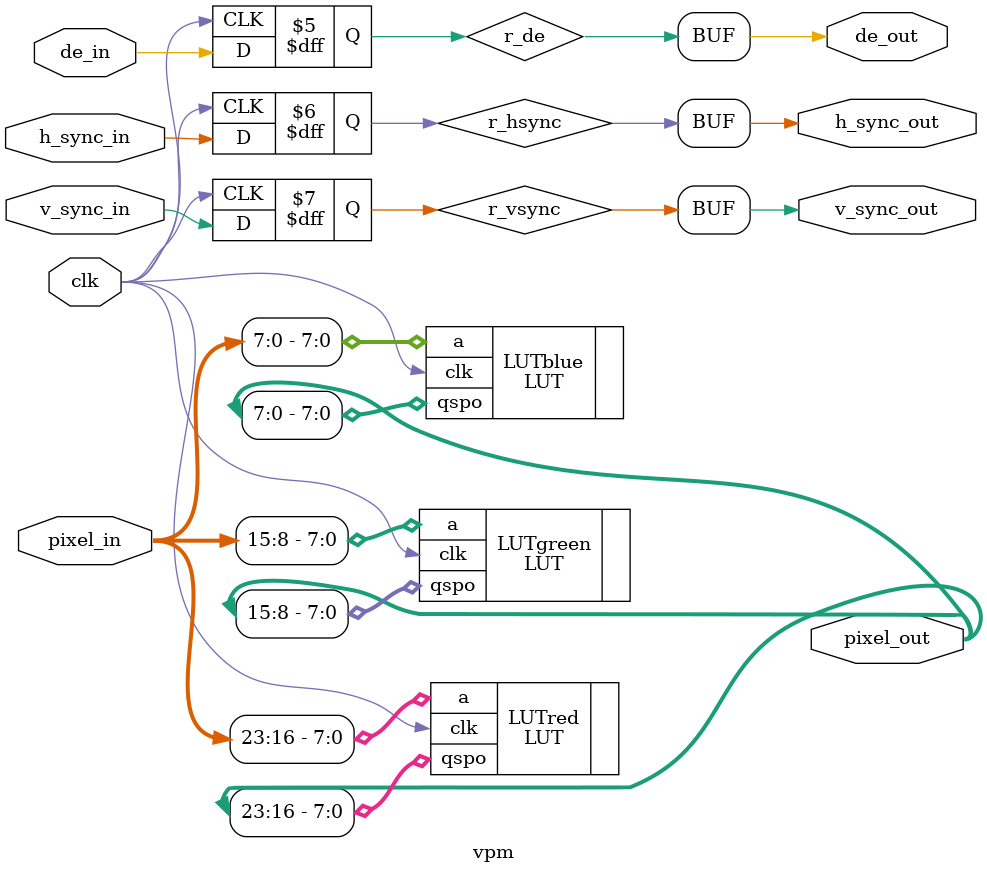
<source format=v>
`timescale 1ns / 1ps


module vpm(
    input clk,
    input de_in,
    input h_sync_in,
    input v_sync_in,
    input [23:0] pixel_in,
    output de_out,
    output h_sync_out,
    output v_sync_out,
    output [23:0] pixel_out
    );
    
    LUT LUTred (
    .clk(clk), 
    .a(pixel_in[23:16]), 
    .qspo(pixel_out[23:16])
    );
    
    LUT LUTgreen (
    .clk(clk), 
    .a(pixel_in[15:8]), 
    .qspo(pixel_out[15:8])
    );
    
    LUT LUTblue (
    .clk(clk), 
    .a(pixel_in[7:0]), 
    .qspo(pixel_out[7:0])
    );
    
    
    reg r_de = 0;
    reg r_hsync = 0;
    reg r_vsync = 0;
    
    always @(posedge clk) begin
        r_de <= de_in;
        r_hsync <= h_sync_in;
        r_vsync <= v_sync_in;
    end
    
    assign de_out = r_de;
    assign h_sync_out = r_hsync;
    assign v_sync_out = r_vsync;
    
       
endmodule

</source>
